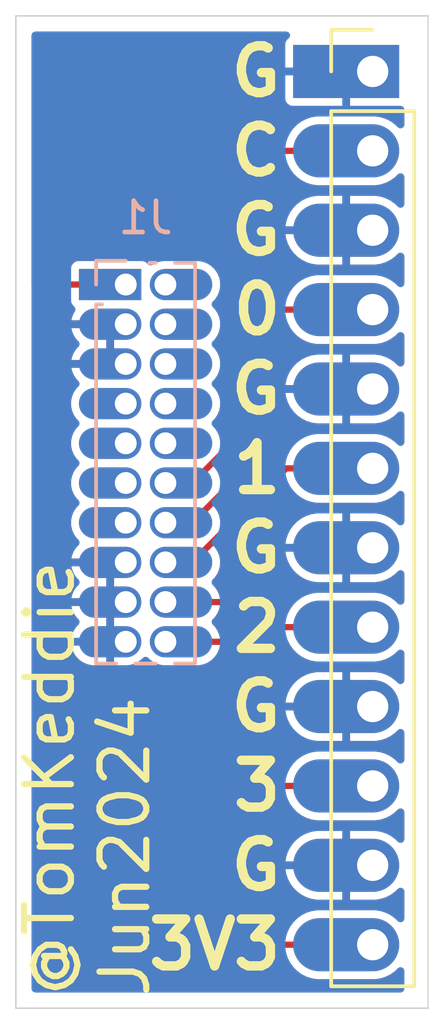
<source format=kicad_pcb>
(kicad_pcb (version 20240108) (generator "pcbnew") (generator_version "8.0")
  (layers (0 "F.Cu" signal) (31 "B.Cu" signal) (34 "B.Paste" user) (35 "F.Paste" user) (36 "B.SilkS" user "B.Silkscreen") (37 "F.SilkS" user "F.Silkscreen") (38 "B.Mask" user) (39 "F.Mask" user) (44 "Edge.Cuts" user))
  (net 0 "")
  (net 3 "+3V3")
  (net 4 "GND")
  (net 5 "/TRACEDATA_2")
  (net 6 "/TRACEDATA_3")
  (net 7 "/TRACEDATA_1")
  (net 9 "/TRACECLK")
  (net 14 "/TRACEDATA_0")
  (footprint "lib:PinHeader_1x12_P2.54mm_Vertical" (layer "F.Cu") (at 105.41 54.102)
    (property "Reference" "J2" (hide yes))
    (property "Value" "Conn_01x12_Pin" (hide yes))
    (fp_line (start -1.33 -1.33) (end 0 -1.33) (stroke (width 0.12)) (layer "F.SilkS"))
    (fp_line (start -1.33 0) (end -1.33 -1.33) (stroke (width 0.12)) (layer "F.SilkS"))
    (fp_line (start -1.33 1.27) (end -1.33 29.27) (stroke (width 0.12)) (layer "F.SilkS"))
    (fp_line (start -1.33 1.27) (end 1.33 1.27) (stroke (width 0.12)) (layer "F.SilkS"))
    (fp_line (start -1.33 29.27) (end 1.33 29.27) (stroke (width 0.12)) (layer "F.SilkS"))
    (fp_line (start 1.33 1.27) (end 1.33 29.27) (stroke (width 0.12)) (layer "F.SilkS"))
    (pad "1" thru_hole rect (at 0 0) (size 3.4 1.7) (drill 1 (offset -0.85 0)) (layers "*.Cu" "*.Mask") (net 4 "GND"))
    (pad "2" thru_hole oval (at 0 2.54) (size 3.4 1.7) (drill 1 (offset -0.85 0)) (layers "*.Cu" "*.Mask") (net 9 "/TRACECLK"))
    (pad "3" thru_hole oval (at 0 5.08) (size 3.4 1.7) (drill 1 (offset -0.85 0)) (layers "*.Cu" "*.Mask") (net 4 "GND"))
    (pad "4" thru_hole oval (at 0 7.62) (size 3.4 1.7) (drill 1 (offset -0.85 0)) (layers "*.Cu" "*.Mask") (net 14 "/TRACEDATA_0"))
    (pad "5" thru_hole oval (at 0 10.16) (size 3.4 1.7) (drill 1 (offset -0.85 0)) (layers "*.Cu" "*.Mask") (net 4 "GND"))
    (pad "6" thru_hole oval (at 0 12.7) (size 3.4 1.7) (drill 1 (offset -0.85 0)) (layers "*.Cu" "*.Mask") (net 7 "/TRACEDATA_1"))
    (pad "7" thru_hole oval (at 0 15.24) (size 3.4 1.7) (drill 1 (offset -0.85 0)) (layers "*.Cu" "*.Mask") (net 4 "GND"))
    (pad "8" thru_hole oval (at 0 17.78) (size 3.4 1.7) (drill 1 (offset -0.85 0)) (layers "*.Cu" "*.Mask") (net 5 "/TRACEDATA_2"))
    (pad "9" thru_hole oval (at 0 20.32) (size 3.4 1.7) (drill 1 (offset -0.85 0)) (layers "*.Cu" "*.Mask") (net 4 "GND"))
    (pad "10" thru_hole oval (at 0 22.86) (size 3.4 1.7) (drill 1 (offset -0.85 0)) (layers "*.Cu" "*.Mask") (net 6 "/TRACEDATA_3"))
    (pad "11" thru_hole oval (at 0 25.4) (size 3.4 1.7) (drill 1 (offset -0.85 0)) (layers "*.Cu" "*.Mask") (net 4 "GND"))
    (pad "12" thru_hole oval (at 0 27.94) (size 3.4 1.7) (drill 1 (offset -0.85 0)) (layers "*.Cu" "*.Mask") (net 3 "+3V3"))
  )
  (footprint "lib:PinSocket_2x10_P1.27mm_Vertical" (layer "B.Cu") (at 97.5 60.92 180)
    (property "Reference" "J1" (at -0.635 2.135 180) (layer "B.SilkS") (effects (justify mirror)))
    (property "Value" "Conn_02x10_Odd_Even" (hide yes))
    (fp_line (start 0.95 0.76) (end 0 0.76) (stroke (width 0.12)) (layer "B.SilkS"))
    (fp_line (start 0.95 0) (end 0.95 0.76) (stroke (width 0.12)) (layer "B.SilkS"))
    (fp_line (start 0.95 -0.635) (end 0.76 -0.635) (stroke (width 0.12)) (layer "B.SilkS"))
    (fp_line (start 0.95 -12.125) (end 0.95 -0.635) (stroke (width 0.12)) (layer "B.SilkS"))
    (fp_line (start 0.95 -12.125) (end 0.30753 -12.125) (stroke (width 0.12)) (layer "B.SilkS"))
    (fp_line (start -0.30753 -12.125) (end -0.96247 -12.125) (stroke (width 0.12)) (layer "B.SilkS"))
    (fp_line (start -0.76 0.695) (end -0.96247 0.695) (stroke (width 0.12)) (layer "B.SilkS"))
    (fp_line (start -1.57753 0.695) (end -2.22 0.695) (stroke (width 0.12)) (layer "B.SilkS"))
    (fp_line (start -1.57753 -12.125) (end -2.22 -12.125) (stroke (width 0.12)) (layer "B.SilkS"))
    (fp_line (start -2.22 -12.125) (end -2.22 0.695) (stroke (width 0.12)) (layer "B.SilkS"))
    (pad "1" thru_hole rect (at 0 0 180) (size 2 1) (drill 0.7 (offset 0.5 0)) (layers "*.Cu" "*.Mask") (net 3 "+3V3"))
    (pad "2" thru_hole oval (at -1.27 0 180) (size 2 1) (drill 0.7 (offset -0.5 0)) (layers "*.Cu" "*.Mask"))
    (pad "3" thru_hole oval (at 0 -1.27 180) (size 2 1) (drill 0.7 (offset 0.5 0)) (layers "*.Cu" "*.Mask") (net 4 "GND"))
    (pad "4" thru_hole oval (at -1.27 -1.27 180) (size 2 1) (drill 0.7 (offset -0.5 0)) (layers "*.Cu" "*.Mask"))
    (pad "5" thru_hole oval (at 0 -2.54 180) (size 2 1) (drill 0.7 (offset 0.5 0)) (layers "*.Cu" "*.Mask") (net 4 "GND"))
    (pad "6" thru_hole oval (at -1.27 -2.54 180) (size 2 1) (drill 0.7 (offset -0.5 0)) (layers "*.Cu" "*.Mask"))
    (pad "7" thru_hole oval (at 0 -3.81 180) (size 2 1) (drill 0.7 (offset 0.5 0)) (layers "*.Cu" "*.Mask"))
    (pad "8" thru_hole oval (at -1.27 -3.81 180) (size 2 1) (drill 0.7 (offset -0.5 0)) (layers "*.Cu" "*.Mask"))
    (pad "9" thru_hole oval (at 0 -5.08 180) (size 2 1) (drill 0.7 (offset 0.5 0)) (layers "*.Cu" "*.Mask"))
    (pad "10" thru_hole oval (at -1.27 -5.08 180) (size 2 1) (drill 0.7 (offset -0.5 0)) (layers "*.Cu" "*.Mask"))
    (pad "11" thru_hole oval (at 0 -6.35 180) (size 2 1) (drill 0.7 (offset 0.5 0)) (layers "*.Cu" "*.Mask"))
    (pad "12" thru_hole oval (at -1.27 -6.35 180) (size 2 1) (drill 0.7 (offset -0.5 0)) (layers "*.Cu" "*.Mask") (net 9 "/TRACECLK"))
    (pad "13" thru_hole oval (at 0 -7.62 180) (size 2 1) (drill 0.7 (offset 0.5 0)) (layers "*.Cu" "*.Mask"))
    (pad "14" thru_hole oval (at -1.27 -7.62 180) (size 2 1) (drill 0.7 (offset -0.5 0)) (layers "*.Cu" "*.Mask") (net 14 "/TRACEDATA_0"))
    (pad "15" thru_hole oval (at 0 -8.89 180) (size 2 1) (drill 0.7 (offset 0.5 0)) (layers "*.Cu" "*.Mask") (net 4 "GND"))
    (pad "16" thru_hole oval (at -1.27 -8.89 180) (size 2 1) (drill 0.7 (offset -0.5 0)) (layers "*.Cu" "*.Mask") (net 7 "/TRACEDATA_1"))
    (pad "17" thru_hole oval (at 0 -10.16 180) (size 2 1) (drill 0.7 (offset 0.5 0)) (layers "*.Cu" "*.Mask") (net 4 "GND"))
    (pad "18" thru_hole oval (at -1.27 -10.16 180) (size 2 1) (drill 0.7 (offset -0.5 0)) (layers "*.Cu" "*.Mask") (net 5 "/TRACEDATA_2"))
    (pad "19" thru_hole oval (at 0 -11.43 180) (size 2 1) (drill 0.7 (offset 0.5 0)) (layers "*.Cu" "*.Mask") (net 4 "GND"))
    (pad "20" thru_hole oval (at -1.27 -11.43 180) (size 2 1) (drill 0.7 (offset -0.5 0)) (layers "*.Cu" "*.Mask") (net 6 "/TRACEDATA_3"))
  )
  (gr_rect (start 93.98 52.324) (end 107.188 84.074) (stroke (width 0.05)) (fill none) (layer "Edge.Cuts"))
  (gr_text "3" (at 102.616 76.962 0) (layer "F.SilkS") (effects (font (size 1.5 1.5) (thickness 0.3) (bold yes)) (justify right)))
  (gr_text "3V3" (at 102.616 82.042 0) (layer "F.SilkS") (effects (font (size 1.5 1.5) (thickness 0.3) (bold yes)) (justify right)))
  (gr_text "@TomKeddie\nJun2024" (at 96.266 83.82 90) (layer "F.SilkS") (effects (font (size 1.5 1.5) (thickness 0.2)) (justify left)))
  (gr_text "G" (at 102.616 64.262 0) (layer "F.SilkS") (effects (font (size 1.5 1.5) (thickness 0.3) (bold yes)) (justify right)))
  (gr_text "2" (at 102.616 71.882 0) (layer "F.SilkS") (effects (font (size 1.5 1.5) (thickness 0.3) (bold yes)) (justify right)))
  (gr_text "1" (at 102.616 66.802 0) (layer "F.SilkS") (effects (font (size 1.5 1.5) (thickness 0.3) (bold yes)) (justify right)))
  (gr_text "0" (at 102.616 61.722 0) (layer "F.SilkS") (effects (font (size 1.5 1.5) (thickness 0.3) (bold yes)) (justify right)))
  (gr_text "G" (at 102.616 59.182 0) (layer "F.SilkS") (effects (font (size 1.5 1.5) (thickness 0.3) (bold yes)) (justify right)))
  (gr_text "G" (at 102.616 54.102 0) (layer "F.SilkS") (effects (font (size 1.5 1.5) (thickness 0.3) (bold yes)) (justify right)))
  (gr_text "G" (at 102.616 69.342 0) (layer "F.SilkS") (effects (font (size 1.5 1.5) (thickness 0.3) (bold yes)) (justify right)))
  (gr_text "C" (at 102.616 56.642 0) (layer "F.SilkS") (effects (font (size 1.5 1.5) (thickness 0.3) (bold yes)) (justify right)))
  (gr_text "G" (at 102.616 74.422 0) (layer "F.SilkS") (effects (font (size 1.5 1.5) (thickness 0.3) (bold yes)) (justify right)))
  (gr_text "G" (at 102.616 79.502 0) (layer "F.SilkS") (effects (font (size 1.5 1.5) (thickness 0.3) (bold yes)) (justify right)))
  (segment (start 96.012 82.042) (end 105.318 82.042) (width 0.2) (layer "F.Cu") (net 3))
  (segment (start 97.5 60.92) (end 95.29 60.92) (width 0.2) (layer "F.Cu") (net 3))
  (segment (start 94.996 61.214) (end 94.996 81.026) (width 0.2) (layer "F.Cu") (net 3))
  (segment (start 94.996 81.026) (end 96.012 82.042) (width 0.2) (layer "F.Cu") (net 3))
  (segment (start 95.29 60.92) (end 94.996 61.214) (width 0.2) (layer "F.Cu") (net 3))
  (segment (start 100.798 71.08) (end 101.6 71.882) (width 0.2) (layer "F.Cu") (net 5))
  (segment (start 101.6 71.882) (end 105.318 71.882) (width 0.2) (layer "F.Cu") (net 5))
  (segment (start 98.77 71.08) (end 100.798 71.08) (width 0.2) (layer "F.Cu") (net 5))
  (segment (start 101.6 73.152) (end 101.6 76.2) (width 0.2) (layer "F.Cu") (net 6))
  (segment (start 100.798 72.35) (end 101.6 73.152) (width 0.2) (layer "F.Cu") (net 6))
  (segment (start 101.6 76.2) (end 102.362 76.962) (width 0.2) (layer "F.Cu") (net 6))
  (segment (start 102.362 76.962) (end 105.318 76.962) (width 0.2) (layer "F.Cu") (net 6))
  (segment (start 98.77 72.35) (end 100.798 72.35) (width 0.2) (layer "F.Cu") (net 6))
  (segment (start 102.639371 66.802) (end 105.318 66.802) (width 0.2) (layer "F.Cu") (net 7))
  (segment (start 99.631371 69.81) (end 102.639371 66.802) (width 0.2) (layer "F.Cu") (net 7))
  (segment (start 98.77 69.81) (end 99.631371 69.81) (width 0.2) (layer "F.Cu") (net 7))
  (segment (start 100.838 66.063371) (end 100.838 57.15) (width 0.2) (layer "F.Cu") (net 9))
  (segment (start 99.631371 67.27) (end 100.838 66.063371) (width 0.2) (layer "F.Cu") (net 9))
  (segment (start 100.838 57.15) (end 101.346 56.642) (width 0.2) (layer "F.Cu") (net 9))
  (segment (start 101.346 56.642) (end 105.318 56.642) (width 0.2) (layer "F.Cu") (net 9))
  (segment (start 98.77 67.27) (end 99.631371 67.27) (width 0.2) (layer "F.Cu") (net 9))
  (segment (start 102.108 61.722) (end 105.318 61.722) (width 0.2) (layer "F.Cu") (net 14))
  (segment (start 101.6 66.571371) (end 101.6 62.23) (width 0.2) (layer "F.Cu") (net 14))
  (segment (start 99.631371 68.54) (end 101.6 66.571371) (width 0.2) (layer "F.Cu") (net 14))
  (segment (start 98.77 68.54) (end 99.631371 68.54) (width 0.2) (layer "F.Cu") (net 14))
  (segment (start 101.6 62.23) (end 102.108 61.722) (width 0.2) (layer "F.Cu") (net 14))
  (zone (net 4) (net_name "GND") (layers "F&B.Cu") (connect_pads (clearance 0.25)) (min_thickness 0.25) (fill yes (thermal_gap 0.25) (thermal_bridge_width 0.25))
    (polygon (pts (xy 93.472 51.816) (xy 106.426 51.816) (xy 106.426 84.582) (xy 93.472 84.582)))
  )
)
</source>
